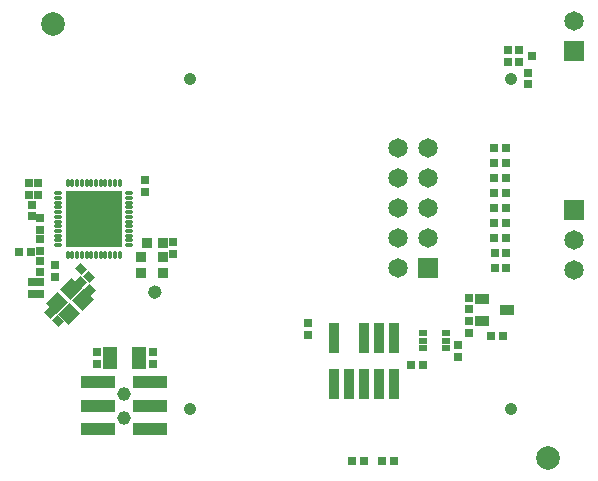
<source format=gts>
%FSLAX24Y24*%
%MOIN*%
G70*
G01*
G75*
G04 Layer_Color=8388736*
%ADD10C,0.0060*%
%ADD11R,0.0197X0.0236*%
%ADD12C,0.0394*%
%ADD13R,0.0236X0.0217*%
%ADD14R,0.0394X0.0709*%
%ADD15R,0.0217X0.0236*%
G04:AMPARAMS|DCode=16|XSize=19.7mil|YSize=23.6mil|CornerRadius=0mil|HoleSize=0mil|Usage=FLASHONLY|Rotation=225.000|XOffset=0mil|YOffset=0mil|HoleType=Round|Shape=Rectangle|*
%AMROTATEDRECTD16*
4,1,4,-0.0014,0.0153,0.0153,-0.0014,0.0014,-0.0153,-0.0153,0.0014,-0.0014,0.0153,0.0*
%
%ADD16ROTATEDRECTD16*%

%ADD17R,0.0315X0.0295*%
%ADD18R,0.0197X0.0256*%
%ADD19C,0.0079*%
%ADD20R,0.0236X0.0157*%
%ADD21R,0.1083X0.0350*%
G04:AMPARAMS|DCode=22|XSize=47.2mil|YSize=43.3mil|CornerRadius=0mil|HoleSize=0mil|Usage=FLASHONLY|Rotation=45.000|XOffset=0mil|YOffset=0mil|HoleType=Round|Shape=Rectangle|*
%AMROTATEDRECTD22*
4,1,4,-0.0014,-0.0320,-0.0320,-0.0014,0.0014,0.0320,0.0320,0.0014,-0.0014,-0.0320,0.0*
%
%ADD22ROTATEDRECTD22*%

%ADD23C,0.0098*%
%ADD24R,0.0400X0.0300*%
%ADD25R,0.0299X0.0945*%
%ADD26R,0.0295X0.0315*%
%ADD27R,0.1850X0.1850*%
%ADD28O,0.0079X0.0256*%
%ADD29O,0.0256X0.0079*%
%ADD30R,0.0236X0.0197*%
%ADD31C,0.0090*%
%ADD32C,0.0100*%
%ADD33C,0.0500*%
%ADD34C,0.0080*%
%ADD35C,0.0150*%
%ADD36C,0.0354*%
%ADD37C,0.0591*%
%ADD38R,0.0591X0.0591*%
%ADD39C,0.0236*%
%ADD40R,0.0354X0.1043*%
%ADD41R,0.0394X0.0394*%
%ADD42R,0.0394X0.0394*%
%ADD43C,0.0039*%
%ADD44C,0.0098*%
%ADD45C,0.0079*%
%ADD46C,0.0059*%
%ADD47C,0.0118*%
%ADD48C,0.0050*%
%ADD49R,0.0420X0.1300*%
%ADD50C,0.0240*%
%ADD51R,0.0257X0.0296*%
%ADD52C,0.0787*%
%ADD53R,0.0296X0.0277*%
%ADD54R,0.0454X0.0769*%
%ADD55R,0.0277X0.0296*%
G04:AMPARAMS|DCode=56|XSize=25.7mil|YSize=29.6mil|CornerRadius=0mil|HoleSize=0mil|Usage=FLASHONLY|Rotation=225.000|XOffset=0mil|YOffset=0mil|HoleType=Round|Shape=Rectangle|*
%AMROTATEDRECTD56*
4,1,4,-0.0014,0.0196,0.0196,-0.0014,0.0014,-0.0196,-0.0196,0.0014,-0.0014,0.0196,0.0*
%
%ADD56ROTATEDRECTD56*%

%ADD57R,0.0375X0.0355*%
%ADD58R,0.0257X0.0316*%
%ADD59C,0.0139*%
%ADD60R,0.0296X0.0217*%
%ADD61R,0.1143X0.0410*%
G04:AMPARAMS|DCode=62|XSize=53.2mil|YSize=49.3mil|CornerRadius=0mil|HoleSize=0mil|Usage=FLASHONLY|Rotation=45.000|XOffset=0mil|YOffset=0mil|HoleType=Round|Shape=Rectangle|*
%AMROTATEDRECTD62*
4,1,4,-0.0014,-0.0363,-0.0363,-0.0014,0.0014,0.0363,0.0363,0.0014,-0.0014,-0.0363,0.0*
%
%ADD62ROTATEDRECTD62*%

%ADD63C,0.0158*%
%ADD64R,0.0460X0.0360*%
%ADD65R,0.0359X0.1005*%
%ADD66R,0.0355X0.0375*%
%ADD67R,0.1910X0.1910*%
%ADD68O,0.0139X0.0316*%
%ADD69O,0.0316X0.0139*%
%ADD70R,0.0296X0.0257*%
%ADD71C,0.0414*%
%ADD72C,0.0454*%
%ADD73C,0.0651*%
%ADD74R,0.0651X0.0651*%
D50*
X7492Y6220D02*
G03*
X7492Y6220I-110J0D01*
G01*
D51*
X3270Y6163D02*
D03*
Y6557D02*
D03*
X3170Y9453D02*
D03*
Y9847D02*
D03*
X3550Y7977D02*
D03*
Y7583D02*
D03*
Y6557D02*
D03*
Y6163D02*
D03*
X4050Y7127D02*
D03*
Y6733D02*
D03*
X3500Y9453D02*
D03*
Y9847D02*
D03*
X7060Y9573D02*
D03*
Y9967D02*
D03*
X5444Y4217D02*
D03*
Y3823D02*
D03*
X7304Y4217D02*
D03*
Y3823D02*
D03*
X19820Y13537D02*
D03*
Y13143D02*
D03*
X17850Y5257D02*
D03*
Y4863D02*
D03*
D52*
X20500Y700D02*
D03*
X4000Y15160D02*
D03*
D53*
X18997Y4750D02*
D03*
X18603D02*
D03*
X19101Y7030D02*
D03*
X18707D02*
D03*
X19101Y7530D02*
D03*
X18707D02*
D03*
X18703Y8030D02*
D03*
X19097D02*
D03*
X18703Y8530D02*
D03*
X19097D02*
D03*
X18703Y9030D02*
D03*
X19097D02*
D03*
X18703Y9530D02*
D03*
X19097D02*
D03*
X18703Y10030D02*
D03*
X19097D02*
D03*
X18703Y10530D02*
D03*
X19097D02*
D03*
X18703Y11030D02*
D03*
X19097D02*
D03*
X15933Y3800D02*
D03*
X16327D02*
D03*
X13953Y600D02*
D03*
X14347D02*
D03*
X14953D02*
D03*
X15347D02*
D03*
D54*
X5882Y4020D02*
D03*
X6866D02*
D03*
D55*
X17850Y6037D02*
D03*
Y5643D02*
D03*
X19510Y14287D02*
D03*
Y13893D02*
D03*
X19150Y14287D02*
D03*
Y13893D02*
D03*
X17500Y4447D02*
D03*
Y4053D02*
D03*
X12500Y4803D02*
D03*
Y5197D02*
D03*
D56*
X4159Y5241D02*
D03*
X3881Y5519D02*
D03*
X4931Y6569D02*
D03*
X5209Y6291D02*
D03*
X4911Y6989D02*
D03*
X5189Y6711D02*
D03*
D57*
X6930Y6874D02*
D03*
Y7406D02*
D03*
X7640Y7398D02*
D03*
Y6867D02*
D03*
D58*
X3550Y8677D02*
D03*
Y8303D02*
D03*
X3270Y9127D02*
D03*
Y8753D02*
D03*
X3550Y7257D02*
D03*
Y6883D02*
D03*
X7980Y7877D02*
D03*
Y7503D02*
D03*
D59*
X7506Y6220D02*
D03*
X7260D02*
D03*
D60*
X17074Y4344D02*
D03*
Y4600D02*
D03*
Y4856D02*
D03*
X16326D02*
D03*
Y4600D02*
D03*
Y4344D02*
D03*
D61*
X7230Y1643D02*
D03*
Y2430D02*
D03*
Y3217D02*
D03*
X5478Y1643D02*
D03*
Y2430D02*
D03*
Y3217D02*
D03*
D62*
X4980Y5948D02*
D03*
X4590Y6338D02*
D03*
X4507Y5475D02*
D03*
X4117Y5864D02*
D03*
D63*
X20029Y14169D02*
D03*
Y14011D02*
D03*
X19871Y14169D02*
D03*
Y14011D02*
D03*
D64*
X18300Y6000D02*
D03*
Y5252D02*
D03*
X19127Y5626D02*
D03*
D65*
X15340Y3142D02*
D03*
X14840D02*
D03*
X14340D02*
D03*
X13840D02*
D03*
X13340D02*
D03*
X15340Y4678D02*
D03*
X14840D02*
D03*
X14340D02*
D03*
X13340D02*
D03*
D66*
X7114Y7850D02*
D03*
X7646D02*
D03*
D67*
X5340Y8650D02*
D03*
D68*
X6206Y7459D02*
D03*
X6049D02*
D03*
X5891D02*
D03*
X5734D02*
D03*
X5576D02*
D03*
X5419D02*
D03*
X5261D02*
D03*
X5104D02*
D03*
X4946D02*
D03*
X4789D02*
D03*
X4631D02*
D03*
X4474D02*
D03*
Y9841D02*
D03*
X4631D02*
D03*
X4789D02*
D03*
X4946D02*
D03*
X5104D02*
D03*
X5261D02*
D03*
X5419D02*
D03*
X5576D02*
D03*
X5734D02*
D03*
X5891D02*
D03*
X6049D02*
D03*
X6206D02*
D03*
D69*
X4149Y7784D02*
D03*
Y7941D02*
D03*
Y8099D02*
D03*
Y8256D02*
D03*
Y8414D02*
D03*
Y8571D02*
D03*
Y8729D02*
D03*
Y8886D02*
D03*
Y9044D02*
D03*
Y9201D02*
D03*
Y9359D02*
D03*
Y9516D02*
D03*
X6531D02*
D03*
Y9359D02*
D03*
Y9201D02*
D03*
Y9044D02*
D03*
Y8886D02*
D03*
Y8729D02*
D03*
Y8571D02*
D03*
Y8414D02*
D03*
Y8256D02*
D03*
Y8099D02*
D03*
Y7941D02*
D03*
Y7784D02*
D03*
D70*
X3237Y7560D02*
D03*
X2843D02*
D03*
D71*
X19250Y13330D02*
D03*
X8550D02*
D03*
X19250Y2330D02*
D03*
X8550D02*
D03*
D72*
X6354Y2824D02*
D03*
Y2036D02*
D03*
D73*
X21360Y7961D02*
D03*
Y6961D02*
D03*
X21360Y15260D02*
D03*
X15500Y11030D02*
D03*
X16500D02*
D03*
X15500Y9030D02*
D03*
X16500D02*
D03*
X15500Y8030D02*
D03*
X16500D02*
D03*
X15500Y7030D02*
D03*
X16500Y10030D02*
D03*
X15500D02*
D03*
D74*
X21360Y8961D02*
D03*
X21360Y14260D02*
D03*
X16500Y7030D02*
D03*
M02*

</source>
